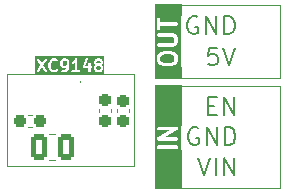
<source format=gto>
G04 #@! TF.GenerationSoftware,KiCad,Pcbnew,8.0.5*
G04 #@! TF.CreationDate,2024-10-05T21:15:00+02:00*
G04 #@! TF.ProjectId,XC9148-breakout,58433931-3438-42d6-9272-65616b6f7574,rev?*
G04 #@! TF.SameCoordinates,Original*
G04 #@! TF.FileFunction,Legend,Top*
G04 #@! TF.FilePolarity,Positive*
%FSLAX46Y46*%
G04 Gerber Fmt 4.6, Leading zero omitted, Abs format (unit mm)*
G04 Created by KiCad (PCBNEW 8.0.5) date 2024-10-05 21:15:00*
%MOMM*%
%LPD*%
G01*
G04 APERTURE LIST*
G04 Aperture macros list*
%AMRoundRect*
0 Rectangle with rounded corners*
0 $1 Rounding radius*
0 $2 $3 $4 $5 $6 $7 $8 $9 X,Y pos of 4 corners*
0 Add a 4 corners polygon primitive as box body*
4,1,4,$2,$3,$4,$5,$6,$7,$8,$9,$2,$3,0*
0 Add four circle primitives for the rounded corners*
1,1,$1+$1,$2,$3*
1,1,$1+$1,$4,$5*
1,1,$1+$1,$6,$7*
1,1,$1+$1,$8,$9*
0 Add four rect primitives between the rounded corners*
20,1,$1+$1,$2,$3,$4,$5,0*
20,1,$1+$1,$4,$5,$6,$7,0*
20,1,$1+$1,$6,$7,$8,$9,0*
20,1,$1+$1,$8,$9,$2,$3,0*%
G04 Aperture macros list end*
%ADD10C,0.000100*%
%ADD11C,0.100000*%
%ADD12C,0.187500*%
%ADD13C,0.300000*%
%ADD14C,0.200000*%
%ADD15C,0.120000*%
%ADD16R,0.350000X0.850000*%
%ADD17R,0.250000X0.850000*%
%ADD18R,1.600000X1.000000*%
%ADD19R,0.100000X0.900000*%
%ADD20R,0.800000X0.900000*%
%ADD21RoundRect,0.250001X0.462499X0.849999X-0.462499X0.849999X-0.462499X-0.849999X0.462499X-0.849999X0*%
%ADD22RoundRect,0.237500X0.237500X-0.300000X0.237500X0.300000X-0.237500X0.300000X-0.237500X-0.300000X0*%
%ADD23C,1.700000*%
%ADD24R,1.700000X1.700000*%
%ADD25RoundRect,0.237500X-0.300000X-0.237500X0.300000X-0.237500X0.300000X0.237500X-0.300000X0.237500X0*%
%ADD26O,1.700000X1.700000*%
G04 APERTURE END LIST*
D10*
X108635000Y-58190000D02*
X110825000Y-58190000D01*
X110825000Y-59135000D01*
X108635000Y-59135000D01*
X108635000Y-58190000D01*
G36*
X108635000Y-58190000D02*
G01*
X110825000Y-58190000D01*
X110825000Y-59135000D01*
X108635000Y-59135000D01*
X108635000Y-58190000D01*
G37*
D11*
X96160000Y-58790000D02*
X106900000Y-58790000D01*
X106900000Y-66570000D01*
X96160000Y-66570000D01*
X96160000Y-58790000D01*
X110800000Y-59755000D02*
X119240000Y-59755000D01*
X119240000Y-68410000D01*
X110800000Y-68410000D01*
X110800000Y-59755000D01*
X110810000Y-52910000D02*
X119230000Y-52910000D01*
X119230000Y-59080000D01*
X110810000Y-59080000D01*
X110810000Y-52910000D01*
D10*
X108635000Y-52860000D02*
X110825000Y-52860000D01*
X110825000Y-53805000D01*
X108635000Y-53805000D01*
X108635000Y-52860000D01*
G36*
X108635000Y-52860000D02*
G01*
X110825000Y-52860000D01*
X110825000Y-53805000D01*
X108635000Y-53805000D01*
X108635000Y-52860000D01*
G37*
X108635000Y-59710000D02*
X110825000Y-59710000D01*
X110825000Y-63085000D01*
X108635000Y-63085000D01*
X108635000Y-59710000D01*
G36*
X108635000Y-59710000D02*
G01*
X110825000Y-59710000D01*
X110825000Y-63085000D01*
X108635000Y-63085000D01*
X108635000Y-59710000D01*
G37*
X108635000Y-65180000D02*
X110825000Y-65180000D01*
X110825000Y-68455000D01*
X108635000Y-68455000D01*
X108635000Y-65180000D01*
G36*
X108635000Y-65180000D02*
G01*
X110825000Y-65180000D01*
X110825000Y-68455000D01*
X108635000Y-68455000D01*
X108635000Y-65180000D01*
G37*
D12*
X113904783Y-56536678D02*
X113190497Y-56536678D01*
X113190497Y-56536678D02*
X113119069Y-57250964D01*
X113119069Y-57250964D02*
X113190497Y-57179535D01*
X113190497Y-57179535D02*
X113333355Y-57108107D01*
X113333355Y-57108107D02*
X113690497Y-57108107D01*
X113690497Y-57108107D02*
X113833355Y-57179535D01*
X113833355Y-57179535D02*
X113904783Y-57250964D01*
X113904783Y-57250964D02*
X113976212Y-57393821D01*
X113976212Y-57393821D02*
X113976212Y-57750964D01*
X113976212Y-57750964D02*
X113904783Y-57893821D01*
X113904783Y-57893821D02*
X113833355Y-57965250D01*
X113833355Y-57965250D02*
X113690497Y-58036678D01*
X113690497Y-58036678D02*
X113333355Y-58036678D01*
X113333355Y-58036678D02*
X113190497Y-57965250D01*
X113190497Y-57965250D02*
X113119069Y-57893821D01*
X114404783Y-56536678D02*
X114904783Y-58036678D01*
X114904783Y-58036678D02*
X115404783Y-56536678D01*
D13*
G36*
X110159854Y-57161648D02*
G01*
X110256121Y-57257915D01*
X110300828Y-57347327D01*
X110300828Y-57562222D01*
X110256122Y-57651635D01*
X110159854Y-57747902D01*
X109932364Y-57804775D01*
X109469292Y-57804775D01*
X109241801Y-57747902D01*
X109145535Y-57651636D01*
X109100828Y-57562222D01*
X109100828Y-57347328D01*
X109145535Y-57257914D01*
X109241801Y-57161648D01*
X109469292Y-57104775D01*
X109932363Y-57104775D01*
X110159854Y-57161648D01*
G37*
G36*
X110767495Y-58271442D02*
G01*
X108634161Y-58271442D01*
X108634161Y-57311918D01*
X108800828Y-57311918D01*
X108800828Y-57597632D01*
X108803710Y-57626896D01*
X108805771Y-57631873D01*
X108806154Y-57637251D01*
X108816664Y-57664714D01*
X108888093Y-57807572D01*
X108896020Y-57820165D01*
X108897536Y-57823825D01*
X108900917Y-57827944D01*
X108903758Y-57832458D01*
X108906751Y-57835054D01*
X108916191Y-57846556D01*
X109059048Y-57989413D01*
X109081778Y-58008068D01*
X109092083Y-58012336D01*
X109101043Y-58018975D01*
X109128734Y-58028868D01*
X109414448Y-58100296D01*
X109419519Y-58101045D01*
X109421564Y-58101893D01*
X109432586Y-58102978D01*
X109443537Y-58104598D01*
X109445724Y-58104272D01*
X109450828Y-58104775D01*
X109950828Y-58104775D01*
X109955931Y-58104272D01*
X109958119Y-58104598D01*
X109969069Y-58102978D01*
X109980092Y-58101893D01*
X109982136Y-58101045D01*
X109987208Y-58100296D01*
X110272922Y-58028868D01*
X110300613Y-58018975D01*
X110309573Y-58012335D01*
X110319877Y-58008068D01*
X110342608Y-57989413D01*
X110485466Y-57846556D01*
X110494906Y-57835052D01*
X110497900Y-57832457D01*
X110500738Y-57827947D01*
X110504121Y-57823826D01*
X110505638Y-57820163D01*
X110513564Y-57807571D01*
X110584993Y-57664713D01*
X110595502Y-57637250D01*
X110595883Y-57631874D01*
X110597946Y-57626896D01*
X110600828Y-57597632D01*
X110600828Y-57311918D01*
X110597946Y-57282654D01*
X110595883Y-57277675D01*
X110595502Y-57272300D01*
X110584992Y-57244837D01*
X110513564Y-57101979D01*
X110505638Y-57089388D01*
X110504121Y-57085725D01*
X110500735Y-57081599D01*
X110497899Y-57077094D01*
X110494909Y-57074501D01*
X110485466Y-57062995D01*
X110342608Y-56920138D01*
X110319877Y-56901483D01*
X110309573Y-56897215D01*
X110300613Y-56890576D01*
X110272922Y-56880683D01*
X109987209Y-56809254D01*
X109982136Y-56808503D01*
X109980092Y-56807657D01*
X109969070Y-56806571D01*
X109958119Y-56804952D01*
X109955931Y-56805277D01*
X109950828Y-56804775D01*
X109450828Y-56804775D01*
X109445724Y-56805277D01*
X109443536Y-56804952D01*
X109432583Y-56806571D01*
X109421564Y-56807657D01*
X109419519Y-56808503D01*
X109414447Y-56809254D01*
X109128733Y-56880683D01*
X109101042Y-56890576D01*
X109092081Y-56897215D01*
X109081778Y-56901483D01*
X109059048Y-56920138D01*
X108916191Y-57062995D01*
X108906751Y-57074496D01*
X108903758Y-57077093D01*
X108900917Y-57081606D01*
X108897536Y-57085726D01*
X108896020Y-57089385D01*
X108888093Y-57101979D01*
X108816664Y-57244836D01*
X108806155Y-57272299D01*
X108805773Y-57277673D01*
X108803710Y-57282654D01*
X108800828Y-57311918D01*
X108634161Y-57311918D01*
X108634161Y-55425511D01*
X108803710Y-55425511D01*
X108803710Y-55484039D01*
X108826108Y-55538111D01*
X108867492Y-55579495D01*
X108921564Y-55601893D01*
X108950828Y-55604775D01*
X110129704Y-55604775D01*
X110219116Y-55649480D01*
X110256121Y-55686485D01*
X110300828Y-55775898D01*
X110300828Y-55990793D01*
X110256122Y-56080205D01*
X110219118Y-56117210D01*
X110129704Y-56161918D01*
X108950828Y-56161918D01*
X108921564Y-56164800D01*
X108867492Y-56187198D01*
X108826108Y-56228582D01*
X108803710Y-56282654D01*
X108803710Y-56341182D01*
X108826108Y-56395254D01*
X108867492Y-56436638D01*
X108921564Y-56459036D01*
X108950828Y-56461918D01*
X110165114Y-56461918D01*
X110194378Y-56459036D01*
X110199358Y-56456972D01*
X110204733Y-56456591D01*
X110232196Y-56446082D01*
X110375053Y-56374653D01*
X110387648Y-56366724D01*
X110391305Y-56365210D01*
X110395422Y-56361830D01*
X110399939Y-56358988D01*
X110402536Y-56355993D01*
X110414036Y-56346556D01*
X110485465Y-56275128D01*
X110494904Y-56263625D01*
X110497900Y-56261028D01*
X110500741Y-56256513D01*
X110504120Y-56252397D01*
X110505635Y-56248738D01*
X110513564Y-56236142D01*
X110584993Y-56093284D01*
X110595502Y-56065821D01*
X110595883Y-56060445D01*
X110597946Y-56055467D01*
X110600828Y-56026203D01*
X110600828Y-55740489D01*
X110597946Y-55711225D01*
X110595883Y-55706246D01*
X110595502Y-55700871D01*
X110584992Y-55673408D01*
X110513564Y-55530550D01*
X110505637Y-55517958D01*
X110504121Y-55514297D01*
X110500737Y-55510174D01*
X110497899Y-55505665D01*
X110494907Y-55503070D01*
X110485466Y-55491566D01*
X110414037Y-55420137D01*
X110402535Y-55410697D01*
X110399939Y-55407704D01*
X110395425Y-55404863D01*
X110391306Y-55401482D01*
X110387646Y-55399966D01*
X110375053Y-55392039D01*
X110232196Y-55320611D01*
X110204732Y-55310101D01*
X110199356Y-55309719D01*
X110194378Y-55307657D01*
X110165114Y-55304775D01*
X108950828Y-55304775D01*
X108921564Y-55307657D01*
X108867492Y-55330055D01*
X108826108Y-55371439D01*
X108803710Y-55425511D01*
X108634161Y-55425511D01*
X108634161Y-54097632D01*
X108800828Y-54097632D01*
X108800828Y-54954774D01*
X108803710Y-54984038D01*
X108826108Y-55038110D01*
X108867492Y-55079494D01*
X108921564Y-55101892D01*
X108980092Y-55101892D01*
X109034164Y-55079494D01*
X109075548Y-55038110D01*
X109097946Y-54984038D01*
X109100828Y-54954774D01*
X109100828Y-54676203D01*
X110450828Y-54676203D01*
X110480092Y-54673321D01*
X110534164Y-54650923D01*
X110575548Y-54609539D01*
X110597946Y-54555467D01*
X110597946Y-54496939D01*
X110575548Y-54442867D01*
X110534164Y-54401483D01*
X110480092Y-54379085D01*
X110450828Y-54376203D01*
X109100828Y-54376203D01*
X109100828Y-54097632D01*
X109097946Y-54068368D01*
X109075548Y-54014296D01*
X109034164Y-53972912D01*
X108980092Y-53950514D01*
X108921564Y-53950514D01*
X108867492Y-53972912D01*
X108826108Y-54014296D01*
X108803710Y-54068368D01*
X108800828Y-54097632D01*
X108634161Y-54097632D01*
X108634161Y-53783847D01*
X110767495Y-53783847D01*
X110767495Y-58271442D01*
G37*
D12*
X113160497Y-61470964D02*
X113660497Y-61470964D01*
X113874783Y-62256678D02*
X113160497Y-62256678D01*
X113160497Y-62256678D02*
X113160497Y-60756678D01*
X113160497Y-60756678D02*
X113874783Y-60756678D01*
X114517640Y-62256678D02*
X114517640Y-60756678D01*
X114517640Y-60756678D02*
X115374783Y-62256678D01*
X115374783Y-62256678D02*
X115374783Y-60756678D01*
D14*
G36*
X101140437Y-57667024D02*
G01*
X101165106Y-57691692D01*
X101194911Y-57751302D01*
X101194911Y-57942183D01*
X101165106Y-58001792D01*
X101140437Y-58026460D01*
X101080828Y-58056266D01*
X100937566Y-58056266D01*
X100877956Y-58026461D01*
X100853288Y-58001792D01*
X100823483Y-57942182D01*
X100823483Y-57751302D01*
X100853288Y-57691692D01*
X100877956Y-57667023D01*
X100937566Y-57637219D01*
X101080828Y-57637219D01*
X101140437Y-57667024D01*
G37*
G36*
X103997580Y-58095595D02*
G01*
X104022249Y-58120263D01*
X104052054Y-58179873D01*
X104052054Y-58323135D01*
X104022249Y-58382743D01*
X103997580Y-58407413D01*
X103937971Y-58437219D01*
X103794709Y-58437219D01*
X103735099Y-58407414D01*
X103710432Y-58382746D01*
X103680626Y-58323134D01*
X103680626Y-58179873D01*
X103710431Y-58120263D01*
X103735099Y-58095594D01*
X103794709Y-58065790D01*
X103937971Y-58065790D01*
X103997580Y-58095595D01*
G37*
G36*
X103997580Y-57667024D02*
G01*
X104022249Y-57691692D01*
X104052054Y-57751302D01*
X104052054Y-57751707D01*
X104022249Y-57811316D01*
X103997580Y-57835984D01*
X103937971Y-57865790D01*
X103794709Y-57865790D01*
X103735099Y-57835985D01*
X103710431Y-57811316D01*
X103680626Y-57751706D01*
X103680626Y-57751302D01*
X103710431Y-57691692D01*
X103735099Y-57667023D01*
X103794709Y-57637219D01*
X103937971Y-57637219D01*
X103997580Y-57667024D01*
G37*
G36*
X104363165Y-58748330D02*
G01*
X98512372Y-58748330D01*
X98512372Y-57537114D01*
X98623483Y-57537114D01*
X98631055Y-57575391D01*
X98640278Y-57592689D01*
X98936631Y-58037219D01*
X98640278Y-58481749D01*
X98631055Y-58499047D01*
X98623483Y-58537324D01*
X98631135Y-58575584D01*
X98652846Y-58608004D01*
X98685311Y-58629647D01*
X98723588Y-58637219D01*
X98761848Y-58629567D01*
X98794268Y-58607856D01*
X98806688Y-58592689D01*
X99056816Y-58217496D01*
X99306944Y-58592689D01*
X99319364Y-58607856D01*
X99351784Y-58629567D01*
X99390044Y-58637219D01*
X99428321Y-58629647D01*
X99460786Y-58608004D01*
X99482497Y-58575584D01*
X99490149Y-58537324D01*
X99482577Y-58499047D01*
X99473354Y-58481749D01*
X99177000Y-58037219D01*
X99224619Y-57965790D01*
X99623483Y-57965790D01*
X99623483Y-58108647D01*
X99623818Y-58112049D01*
X99623601Y-58113508D01*
X99624680Y-58120805D01*
X99625404Y-58128156D01*
X99625968Y-58129519D01*
X99626469Y-58132901D01*
X99674088Y-58323376D01*
X99674601Y-58324813D01*
X99674653Y-58325536D01*
X99677761Y-58333660D01*
X99680683Y-58341837D01*
X99681113Y-58342417D01*
X99681659Y-58343844D01*
X99729278Y-58439082D01*
X99734560Y-58447474D01*
X99735573Y-58449918D01*
X99737829Y-58452667D01*
X99739721Y-58455672D01*
X99741715Y-58457401D01*
X99748010Y-58465071D01*
X99843248Y-58560311D01*
X99858401Y-58572747D01*
X99861720Y-58574122D01*
X99864436Y-58576477D01*
X99882336Y-58584468D01*
X100025193Y-58632087D01*
X100034865Y-58634286D01*
X100037307Y-58635298D01*
X100040844Y-58635646D01*
X100044308Y-58636434D01*
X100046942Y-58636246D01*
X100056816Y-58637219D01*
X100152054Y-58637219D01*
X100161927Y-58636246D01*
X100164561Y-58636434D01*
X100168024Y-58635646D01*
X100171563Y-58635298D01*
X100174005Y-58634286D01*
X100183677Y-58632087D01*
X100326533Y-58584468D01*
X100344434Y-58576477D01*
X100347149Y-58574122D01*
X100350469Y-58572747D01*
X100365622Y-58560310D01*
X100413241Y-58512690D01*
X100425678Y-58497537D01*
X100440609Y-58461488D01*
X100440608Y-58422470D01*
X100425677Y-58386422D01*
X100398086Y-58358832D01*
X100362038Y-58343901D01*
X100323020Y-58343902D01*
X100286972Y-58358833D01*
X100271818Y-58371270D01*
X100240891Y-58402197D01*
X100135827Y-58437219D01*
X100073042Y-58437219D01*
X99967977Y-58402197D01*
X99900907Y-58335127D01*
X99865453Y-58264218D01*
X99823483Y-58096337D01*
X99823483Y-57978100D01*
X99865453Y-57810218D01*
X99900906Y-57739312D01*
X99967978Y-57672240D01*
X100073042Y-57637219D01*
X100135827Y-57637219D01*
X100240892Y-57672240D01*
X100271819Y-57703167D01*
X100286972Y-57715604D01*
X100323021Y-57730535D01*
X100362039Y-57730535D01*
X100368896Y-57727695D01*
X100623483Y-57727695D01*
X100623483Y-57965790D01*
X100625404Y-57985299D01*
X100626779Y-57988619D01*
X100627034Y-57992203D01*
X100634040Y-58010511D01*
X100681659Y-58105749D01*
X100686944Y-58114145D01*
X100687955Y-58116585D01*
X100690208Y-58119331D01*
X100692102Y-58122339D01*
X100694096Y-58124068D01*
X100700391Y-58131739D01*
X100748010Y-58179357D01*
X100755676Y-58185649D01*
X100757409Y-58187647D01*
X100760417Y-58189540D01*
X100763163Y-58191794D01*
X100765603Y-58192804D01*
X100774000Y-58198090D01*
X100869237Y-58245709D01*
X100887546Y-58252715D01*
X100891129Y-58252969D01*
X100894450Y-58254345D01*
X100913959Y-58256266D01*
X101104435Y-58256266D01*
X101123944Y-58254345D01*
X101127264Y-58252969D01*
X101130848Y-58252715D01*
X101149156Y-58245709D01*
X101158769Y-58240902D01*
X101154479Y-58258064D01*
X101074342Y-58378269D01*
X101045199Y-58407413D01*
X100985590Y-58437219D01*
X100818721Y-58437219D01*
X100799212Y-58439140D01*
X100763164Y-58454072D01*
X100735574Y-58481662D01*
X100720642Y-58517710D01*
X100720642Y-58556728D01*
X100735574Y-58592776D01*
X100763164Y-58620366D01*
X100799212Y-58635298D01*
X100818721Y-58637219D01*
X101009197Y-58637219D01*
X101028706Y-58635298D01*
X101032026Y-58633922D01*
X101035610Y-58633668D01*
X101053918Y-58626662D01*
X101149156Y-58579043D01*
X101157551Y-58573758D01*
X101159993Y-58572747D01*
X101162740Y-58570491D01*
X101165746Y-58568600D01*
X101167476Y-58566605D01*
X101175146Y-58560310D01*
X101222765Y-58512690D01*
X101222807Y-58512637D01*
X101222839Y-58512617D01*
X101228978Y-58505119D01*
X101235202Y-58497537D01*
X101235216Y-58497501D01*
X101235259Y-58497450D01*
X101330497Y-58354593D01*
X101336239Y-58343823D01*
X101337711Y-58341837D01*
X101338549Y-58339491D01*
X101339720Y-58337295D01*
X101340199Y-58334871D01*
X101344306Y-58323377D01*
X101391925Y-58132901D01*
X101392425Y-58129519D01*
X101392990Y-58128156D01*
X101393713Y-58120805D01*
X101394793Y-58113508D01*
X101394575Y-58112049D01*
X101394911Y-58108647D01*
X101394911Y-57810426D01*
X101576649Y-57810426D01*
X101579415Y-57849346D01*
X101596864Y-57884245D01*
X101626341Y-57909809D01*
X101663357Y-57922148D01*
X101702277Y-57919382D01*
X101720585Y-57912376D01*
X101815823Y-57864757D01*
X101824219Y-57859471D01*
X101826659Y-57858461D01*
X101829405Y-57856207D01*
X101832413Y-57854314D01*
X101834142Y-57852319D01*
X101841813Y-57846025D01*
X101861578Y-57826260D01*
X101861578Y-58437219D01*
X101675864Y-58437219D01*
X101656355Y-58439140D01*
X101620307Y-58454072D01*
X101592717Y-58481662D01*
X101577785Y-58517710D01*
X101577785Y-58556728D01*
X101592717Y-58592776D01*
X101620307Y-58620366D01*
X101656355Y-58635298D01*
X101675864Y-58637219D01*
X102247292Y-58637219D01*
X102266801Y-58635298D01*
X102302849Y-58620366D01*
X102330439Y-58592776D01*
X102345371Y-58556728D01*
X102345371Y-58517710D01*
X102330439Y-58481662D01*
X102302849Y-58454072D01*
X102266801Y-58439140D01*
X102247292Y-58437219D01*
X102061578Y-58437219D01*
X102061578Y-58191378D01*
X102529030Y-58191378D01*
X102530166Y-58207362D01*
X102530166Y-58223394D01*
X102531541Y-58226714D01*
X102531796Y-58230298D01*
X102538963Y-58244633D01*
X102545098Y-58259442D01*
X102547638Y-58261982D01*
X102549246Y-58265197D01*
X102561357Y-58275701D01*
X102572688Y-58287032D01*
X102576006Y-58288406D01*
X102578722Y-58290762D01*
X102593931Y-58295831D01*
X102608736Y-58301964D01*
X102613836Y-58302466D01*
X102615738Y-58303100D01*
X102618371Y-58302912D01*
X102628245Y-58303885D01*
X103004435Y-58303885D01*
X103004435Y-58537219D01*
X103006356Y-58556728D01*
X103021288Y-58592776D01*
X103048878Y-58620366D01*
X103084926Y-58635298D01*
X103123944Y-58635298D01*
X103159992Y-58620366D01*
X103187582Y-58592776D01*
X103202514Y-58556728D01*
X103204435Y-58537219D01*
X103204435Y-58303885D01*
X103247292Y-58303885D01*
X103266801Y-58301964D01*
X103302849Y-58287032D01*
X103330439Y-58259442D01*
X103345371Y-58223394D01*
X103345371Y-58184376D01*
X103330439Y-58148328D01*
X103302849Y-58120738D01*
X103266801Y-58105806D01*
X103247292Y-58103885D01*
X103204435Y-58103885D01*
X103204435Y-57870552D01*
X103202514Y-57851043D01*
X103187582Y-57814995D01*
X103159992Y-57787405D01*
X103123944Y-57772473D01*
X103084926Y-57772473D01*
X103048878Y-57787405D01*
X103021288Y-57814995D01*
X103006356Y-57851043D01*
X103004435Y-57870552D01*
X103004435Y-58103885D01*
X102766987Y-58103885D01*
X102892384Y-57727695D01*
X103480626Y-57727695D01*
X103480626Y-57775314D01*
X103482547Y-57794823D01*
X103483922Y-57798143D01*
X103484177Y-57801727D01*
X103491183Y-57820035D01*
X103538802Y-57915273D01*
X103544087Y-57923669D01*
X103545098Y-57926109D01*
X103547351Y-57928855D01*
X103549245Y-57931863D01*
X103551239Y-57933592D01*
X103557534Y-57941263D01*
X103582061Y-57965790D01*
X103557534Y-57990317D01*
X103551239Y-57997987D01*
X103549245Y-57999717D01*
X103547351Y-58002724D01*
X103545098Y-58005471D01*
X103544087Y-58007910D01*
X103538802Y-58016307D01*
X103491183Y-58111545D01*
X103484177Y-58129853D01*
X103483922Y-58133436D01*
X103482547Y-58136757D01*
X103480626Y-58156266D01*
X103480626Y-58346742D01*
X103482547Y-58366251D01*
X103483922Y-58369571D01*
X103484177Y-58373155D01*
X103491183Y-58391463D01*
X103538802Y-58486701D01*
X103544085Y-58495093D01*
X103545097Y-58497537D01*
X103547353Y-58500286D01*
X103549245Y-58503291D01*
X103551239Y-58505020D01*
X103557534Y-58512690D01*
X103605152Y-58560310D01*
X103612820Y-58566603D01*
X103614552Y-58568600D01*
X103617560Y-58570493D01*
X103620306Y-58572747D01*
X103622746Y-58573757D01*
X103631143Y-58579043D01*
X103726380Y-58626662D01*
X103744689Y-58633668D01*
X103748272Y-58633922D01*
X103751593Y-58635298D01*
X103771102Y-58637219D01*
X103961578Y-58637219D01*
X103981087Y-58635298D01*
X103984407Y-58633922D01*
X103987991Y-58633668D01*
X104006299Y-58626662D01*
X104101537Y-58579043D01*
X104109932Y-58573758D01*
X104112374Y-58572747D01*
X104115121Y-58570491D01*
X104118127Y-58568600D01*
X104119857Y-58566605D01*
X104127527Y-58560310D01*
X104175146Y-58512690D01*
X104181438Y-58505023D01*
X104183435Y-58503292D01*
X104185328Y-58500284D01*
X104187583Y-58497537D01*
X104188594Y-58495095D01*
X104193878Y-58486701D01*
X104241497Y-58391464D01*
X104248503Y-58373155D01*
X104248757Y-58369571D01*
X104250133Y-58366251D01*
X104252054Y-58346742D01*
X104252054Y-58156266D01*
X104250133Y-58136757D01*
X104248757Y-58133436D01*
X104248503Y-58129853D01*
X104241497Y-58111544D01*
X104193878Y-58016307D01*
X104188592Y-58007910D01*
X104187582Y-58005470D01*
X104185328Y-58002724D01*
X104183435Y-57999716D01*
X104181437Y-57997983D01*
X104175145Y-57990317D01*
X104150618Y-57965790D01*
X104175145Y-57941263D01*
X104181437Y-57933596D01*
X104183435Y-57931864D01*
X104185328Y-57928855D01*
X104187582Y-57926110D01*
X104188592Y-57923669D01*
X104193878Y-57915273D01*
X104241497Y-57820036D01*
X104248503Y-57801727D01*
X104248757Y-57798143D01*
X104250133Y-57794823D01*
X104252054Y-57775314D01*
X104252054Y-57727695D01*
X104250133Y-57708186D01*
X104248757Y-57704865D01*
X104248503Y-57701282D01*
X104241497Y-57682973D01*
X104193878Y-57587736D01*
X104188592Y-57579339D01*
X104187582Y-57576899D01*
X104185328Y-57574153D01*
X104183435Y-57571145D01*
X104181437Y-57569412D01*
X104175145Y-57561746D01*
X104127527Y-57514127D01*
X104119856Y-57507832D01*
X104118127Y-57505838D01*
X104115119Y-57503944D01*
X104112373Y-57501691D01*
X104109933Y-57500680D01*
X104101537Y-57495395D01*
X104006299Y-57447776D01*
X103987991Y-57440770D01*
X103984407Y-57440515D01*
X103981087Y-57439140D01*
X103961578Y-57437219D01*
X103771102Y-57437219D01*
X103751593Y-57439140D01*
X103748272Y-57440515D01*
X103744689Y-57440770D01*
X103726380Y-57447776D01*
X103631143Y-57495395D01*
X103622746Y-57500680D01*
X103620306Y-57501691D01*
X103617560Y-57503944D01*
X103614552Y-57505838D01*
X103612819Y-57507835D01*
X103605153Y-57514128D01*
X103557534Y-57561746D01*
X103551239Y-57569416D01*
X103549245Y-57571146D01*
X103547351Y-57574153D01*
X103545098Y-57576900D01*
X103544087Y-57579339D01*
X103538802Y-57587736D01*
X103491183Y-57682974D01*
X103484177Y-57701282D01*
X103483922Y-57704865D01*
X103482547Y-57708186D01*
X103480626Y-57727695D01*
X102892384Y-57727695D01*
X102961208Y-57521223D01*
X102965555Y-57502108D01*
X102962789Y-57463188D01*
X102945339Y-57428289D01*
X102915863Y-57402724D01*
X102878847Y-57390385D01*
X102839927Y-57393152D01*
X102805028Y-57410601D01*
X102779463Y-57440077D01*
X102771472Y-57457978D01*
X102533377Y-58172262D01*
X102531177Y-58181933D01*
X102530166Y-58184376D01*
X102530166Y-58186382D01*
X102529030Y-58191378D01*
X102061578Y-58191378D01*
X102061578Y-57537219D01*
X102061571Y-57537148D01*
X102061578Y-57537114D01*
X102061557Y-57537012D01*
X102059657Y-57517710D01*
X102055867Y-57508561D01*
X102053926Y-57498854D01*
X102048474Y-57490713D01*
X102044725Y-57481662D01*
X102037725Y-57474662D01*
X102032215Y-57466434D01*
X102024060Y-57460997D01*
X102017135Y-57454072D01*
X102007991Y-57450284D01*
X101999750Y-57444790D01*
X101990136Y-57442888D01*
X101981087Y-57439140D01*
X101971186Y-57439140D01*
X101961474Y-57437219D01*
X101951869Y-57439140D01*
X101942069Y-57439140D01*
X101932920Y-57442929D01*
X101923213Y-57444871D01*
X101915072Y-57450322D01*
X101906021Y-57454072D01*
X101899021Y-57461071D01*
X101890793Y-57466582D01*
X101878504Y-57481588D01*
X101878431Y-57481662D01*
X101878417Y-57481694D01*
X101878373Y-57481749D01*
X101788629Y-57616365D01*
X101711865Y-57693128D01*
X101631143Y-57733490D01*
X101614552Y-57743933D01*
X101588988Y-57773410D01*
X101576649Y-57810426D01*
X101394911Y-57810426D01*
X101394911Y-57727695D01*
X101392990Y-57708186D01*
X101391614Y-57704865D01*
X101391360Y-57701282D01*
X101384354Y-57682973D01*
X101336735Y-57587736D01*
X101331449Y-57579339D01*
X101330439Y-57576899D01*
X101328185Y-57574153D01*
X101326292Y-57571145D01*
X101324294Y-57569412D01*
X101318002Y-57561746D01*
X101270384Y-57514127D01*
X101262713Y-57507832D01*
X101260984Y-57505838D01*
X101257976Y-57503944D01*
X101255230Y-57501691D01*
X101252790Y-57500680D01*
X101244394Y-57495395D01*
X101149156Y-57447776D01*
X101130848Y-57440770D01*
X101127264Y-57440515D01*
X101123944Y-57439140D01*
X101104435Y-57437219D01*
X100913959Y-57437219D01*
X100894450Y-57439140D01*
X100891129Y-57440515D01*
X100887546Y-57440770D01*
X100869237Y-57447776D01*
X100774000Y-57495395D01*
X100765603Y-57500680D01*
X100763163Y-57501691D01*
X100760417Y-57503944D01*
X100757409Y-57505838D01*
X100755676Y-57507835D01*
X100748010Y-57514128D01*
X100700391Y-57561746D01*
X100694096Y-57569416D01*
X100692102Y-57571146D01*
X100690208Y-57574153D01*
X100687955Y-57576900D01*
X100686944Y-57579339D01*
X100681659Y-57587736D01*
X100634040Y-57682974D01*
X100627034Y-57701282D01*
X100626779Y-57704865D01*
X100625404Y-57708186D01*
X100623483Y-57727695D01*
X100368896Y-57727695D01*
X100398087Y-57715604D01*
X100425677Y-57688014D01*
X100440608Y-57651966D01*
X100440608Y-57612948D01*
X100425677Y-57576899D01*
X100413240Y-57561746D01*
X100365622Y-57514127D01*
X100350468Y-57501691D01*
X100347149Y-57500316D01*
X100344434Y-57497961D01*
X100326533Y-57489970D01*
X100183677Y-57442351D01*
X100174005Y-57440151D01*
X100171563Y-57439140D01*
X100168024Y-57438791D01*
X100164561Y-57438004D01*
X100161927Y-57438191D01*
X100152054Y-57437219D01*
X100056816Y-57437219D01*
X100046942Y-57438191D01*
X100044308Y-57438004D01*
X100040844Y-57438791D01*
X100037307Y-57439140D01*
X100034865Y-57440151D01*
X100025193Y-57442351D01*
X99882336Y-57489970D01*
X99864436Y-57497961D01*
X99861720Y-57500316D01*
X99858402Y-57501691D01*
X99843248Y-57514127D01*
X99748010Y-57609365D01*
X99741715Y-57617035D01*
X99739721Y-57618765D01*
X99737827Y-57621772D01*
X99735574Y-57624519D01*
X99734563Y-57626958D01*
X99729278Y-57635355D01*
X99681659Y-57730593D01*
X99681113Y-57732019D01*
X99680683Y-57732600D01*
X99677761Y-57740776D01*
X99674653Y-57748901D01*
X99674601Y-57749623D01*
X99674088Y-57751061D01*
X99626469Y-57941536D01*
X99625968Y-57944917D01*
X99625404Y-57946281D01*
X99624680Y-57953631D01*
X99623601Y-57960929D01*
X99623818Y-57962387D01*
X99623483Y-57965790D01*
X99224619Y-57965790D01*
X99473354Y-57592689D01*
X99482577Y-57575391D01*
X99490149Y-57537114D01*
X99482497Y-57498854D01*
X99460786Y-57466434D01*
X99428321Y-57444791D01*
X99390044Y-57437219D01*
X99351784Y-57444871D01*
X99319364Y-57466582D01*
X99306944Y-57481749D01*
X99056816Y-57856941D01*
X98806688Y-57481749D01*
X98794268Y-57466582D01*
X98761848Y-57444871D01*
X98723588Y-57437219D01*
X98685311Y-57444791D01*
X98652846Y-57466434D01*
X98631135Y-57498854D01*
X98623483Y-57537114D01*
X98512372Y-57537114D01*
X98512372Y-57279274D01*
X104363165Y-57279274D01*
X104363165Y-58748330D01*
G37*
D12*
X112306212Y-63368107D02*
X112163355Y-63296678D01*
X112163355Y-63296678D02*
X111949069Y-63296678D01*
X111949069Y-63296678D02*
X111734783Y-63368107D01*
X111734783Y-63368107D02*
X111591926Y-63510964D01*
X111591926Y-63510964D02*
X111520497Y-63653821D01*
X111520497Y-63653821D02*
X111449069Y-63939535D01*
X111449069Y-63939535D02*
X111449069Y-64153821D01*
X111449069Y-64153821D02*
X111520497Y-64439535D01*
X111520497Y-64439535D02*
X111591926Y-64582392D01*
X111591926Y-64582392D02*
X111734783Y-64725250D01*
X111734783Y-64725250D02*
X111949069Y-64796678D01*
X111949069Y-64796678D02*
X112091926Y-64796678D01*
X112091926Y-64796678D02*
X112306212Y-64725250D01*
X112306212Y-64725250D02*
X112377640Y-64653821D01*
X112377640Y-64653821D02*
X112377640Y-64153821D01*
X112377640Y-64153821D02*
X112091926Y-64153821D01*
X113020497Y-64796678D02*
X113020497Y-63296678D01*
X113020497Y-63296678D02*
X113877640Y-64796678D01*
X113877640Y-64796678D02*
X113877640Y-63296678D01*
X114591926Y-64796678D02*
X114591926Y-63296678D01*
X114591926Y-63296678D02*
X114949069Y-63296678D01*
X114949069Y-63296678D02*
X115163355Y-63368107D01*
X115163355Y-63368107D02*
X115306212Y-63510964D01*
X115306212Y-63510964D02*
X115377641Y-63653821D01*
X115377641Y-63653821D02*
X115449069Y-63939535D01*
X115449069Y-63939535D02*
X115449069Y-64153821D01*
X115449069Y-64153821D02*
X115377641Y-64439535D01*
X115377641Y-64439535D02*
X115306212Y-64582392D01*
X115306212Y-64582392D02*
X115163355Y-64725250D01*
X115163355Y-64725250D02*
X114949069Y-64796678D01*
X114949069Y-64796678D02*
X114591926Y-64796678D01*
X112306212Y-65856678D02*
X112806212Y-67356678D01*
X112806212Y-67356678D02*
X113306212Y-65856678D01*
X113806211Y-67356678D02*
X113806211Y-65856678D01*
X114520497Y-67356678D02*
X114520497Y-65856678D01*
X114520497Y-65856678D02*
X115377640Y-67356678D01*
X115377640Y-67356678D02*
X115377640Y-65856678D01*
X112246212Y-53978107D02*
X112103355Y-53906678D01*
X112103355Y-53906678D02*
X111889069Y-53906678D01*
X111889069Y-53906678D02*
X111674783Y-53978107D01*
X111674783Y-53978107D02*
X111531926Y-54120964D01*
X111531926Y-54120964D02*
X111460497Y-54263821D01*
X111460497Y-54263821D02*
X111389069Y-54549535D01*
X111389069Y-54549535D02*
X111389069Y-54763821D01*
X111389069Y-54763821D02*
X111460497Y-55049535D01*
X111460497Y-55049535D02*
X111531926Y-55192392D01*
X111531926Y-55192392D02*
X111674783Y-55335250D01*
X111674783Y-55335250D02*
X111889069Y-55406678D01*
X111889069Y-55406678D02*
X112031926Y-55406678D01*
X112031926Y-55406678D02*
X112246212Y-55335250D01*
X112246212Y-55335250D02*
X112317640Y-55263821D01*
X112317640Y-55263821D02*
X112317640Y-54763821D01*
X112317640Y-54763821D02*
X112031926Y-54763821D01*
X112960497Y-55406678D02*
X112960497Y-53906678D01*
X112960497Y-53906678D02*
X113817640Y-55406678D01*
X113817640Y-55406678D02*
X113817640Y-53906678D01*
X114531926Y-55406678D02*
X114531926Y-53906678D01*
X114531926Y-53906678D02*
X114889069Y-53906678D01*
X114889069Y-53906678D02*
X115103355Y-53978107D01*
X115103355Y-53978107D02*
X115246212Y-54120964D01*
X115246212Y-54120964D02*
X115317641Y-54263821D01*
X115317641Y-54263821D02*
X115389069Y-54549535D01*
X115389069Y-54549535D02*
X115389069Y-54763821D01*
X115389069Y-54763821D02*
X115317641Y-55049535D01*
X115317641Y-55049535D02*
X115246212Y-55192392D01*
X115246212Y-55192392D02*
X115103355Y-55335250D01*
X115103355Y-55335250D02*
X114889069Y-55406678D01*
X114889069Y-55406678D02*
X114531926Y-55406678D01*
D13*
G36*
X110767129Y-65287514D02*
G01*
X108634527Y-65287514D01*
X108634527Y-64941583D01*
X108803710Y-64941583D01*
X108803710Y-65000111D01*
X108826108Y-65054183D01*
X108867492Y-65095567D01*
X108921564Y-65117965D01*
X108950828Y-65120847D01*
X110450828Y-65120847D01*
X110480092Y-65117965D01*
X110534164Y-65095567D01*
X110575548Y-65054183D01*
X110597946Y-65000111D01*
X110597946Y-64941583D01*
X110575548Y-64887511D01*
X110534164Y-64846127D01*
X110480092Y-64823729D01*
X110450828Y-64820847D01*
X108950828Y-64820847D01*
X108921564Y-64823729D01*
X108867492Y-64846127D01*
X108826108Y-64887511D01*
X108803710Y-64941583D01*
X108634527Y-64941583D01*
X108634527Y-64246084D01*
X108801194Y-64246084D01*
X108803710Y-64265875D01*
X108803710Y-64285825D01*
X108807369Y-64294658D01*
X108808575Y-64304144D01*
X108818473Y-64321466D01*
X108826108Y-64339897D01*
X108832868Y-64346657D01*
X108837613Y-64354960D01*
X108853384Y-64367173D01*
X108867492Y-64381281D01*
X108876327Y-64384940D01*
X108883887Y-64390795D01*
X108903131Y-64396043D01*
X108921564Y-64403679D01*
X108936530Y-64405152D01*
X108940351Y-64406195D01*
X108943302Y-64405819D01*
X108950828Y-64406561D01*
X110450828Y-64406561D01*
X110480092Y-64403679D01*
X110534164Y-64381281D01*
X110575548Y-64339897D01*
X110597946Y-64285825D01*
X110597946Y-64227297D01*
X110575548Y-64173225D01*
X110534164Y-64131841D01*
X110480092Y-64109443D01*
X110450828Y-64106561D01*
X109515662Y-64106561D01*
X110525249Y-63529654D01*
X110531416Y-63525276D01*
X110534164Y-63524138D01*
X110536963Y-63521338D01*
X110549227Y-63512633D01*
X110561442Y-63496859D01*
X110575548Y-63482754D01*
X110579206Y-63473920D01*
X110585063Y-63466359D01*
X110590312Y-63447110D01*
X110597946Y-63428682D01*
X110597946Y-63419120D01*
X110600462Y-63409895D01*
X110597946Y-63390103D01*
X110597946Y-63370154D01*
X110594286Y-63361320D01*
X110593081Y-63351835D01*
X110583182Y-63334512D01*
X110575548Y-63316082D01*
X110568787Y-63309321D01*
X110564043Y-63301019D01*
X110548271Y-63288805D01*
X110534164Y-63274698D01*
X110525328Y-63271038D01*
X110517769Y-63265184D01*
X110498524Y-63259935D01*
X110480092Y-63252300D01*
X110465127Y-63250826D01*
X110461306Y-63249784D01*
X110458354Y-63250159D01*
X110450828Y-63249418D01*
X108950828Y-63249418D01*
X108921564Y-63252300D01*
X108867492Y-63274698D01*
X108826108Y-63316082D01*
X108803710Y-63370154D01*
X108803710Y-63428682D01*
X108826108Y-63482754D01*
X108867492Y-63524138D01*
X108921564Y-63546536D01*
X108950828Y-63549418D01*
X109885993Y-63549418D01*
X108876407Y-64126325D01*
X108870239Y-64130702D01*
X108867492Y-64131841D01*
X108864692Y-64134640D01*
X108852429Y-64143346D01*
X108840215Y-64159117D01*
X108826108Y-64173225D01*
X108822448Y-64182060D01*
X108816594Y-64189620D01*
X108811345Y-64208864D01*
X108803710Y-64227297D01*
X108803710Y-64236859D01*
X108801194Y-64246084D01*
X108634527Y-64246084D01*
X108634527Y-63082751D01*
X110767129Y-63082751D01*
X110767129Y-65287514D01*
G37*
D11*
X102310349Y-59370368D02*
X102310349Y-59370368D01*
X102310349Y-59470368D02*
X102310349Y-59470368D01*
X102310349Y-59370368D02*
G75*
G02*
X102310349Y-59470368I0J-50000D01*
G01*
X102310349Y-59470368D02*
G75*
G02*
X102310349Y-59370368I0J50000D01*
G01*
D15*
X100218752Y-63820000D02*
X99696248Y-63820000D01*
X100218752Y-66040000D02*
X99696248Y-66040000D01*
X105430000Y-62028767D02*
X105430000Y-61736233D01*
X106450000Y-62028767D02*
X106450000Y-61736233D01*
X97923733Y-62280000D02*
X98216267Y-62280000D01*
X97923733Y-63300000D02*
X98216267Y-63300000D01*
X103910000Y-62023767D02*
X103910000Y-61731233D01*
X104930000Y-62023767D02*
X104930000Y-61731233D01*
%LPC*%
D16*
X102260000Y-60120000D03*
D17*
X101710000Y-60120000D03*
X101210000Y-60120000D03*
X101210000Y-62470000D03*
X101710000Y-62470000D03*
X102210000Y-62470000D03*
D18*
X101710000Y-61295000D03*
D19*
X102560000Y-61295000D03*
D20*
X100860000Y-61295000D03*
D21*
X101120000Y-64930000D03*
X98795000Y-64930000D03*
D22*
X105940000Y-62745000D03*
X105940000Y-61020000D03*
D23*
X117410000Y-57280000D03*
D24*
X117410000Y-54740000D03*
D25*
X97207500Y-62790000D03*
X98932500Y-62790000D03*
D22*
X104420000Y-62740000D03*
X104420000Y-61015000D03*
D23*
X117410000Y-66630000D03*
D24*
X117410000Y-64090000D03*
D26*
X117410000Y-61550000D03*
%LPD*%
M02*

</source>
